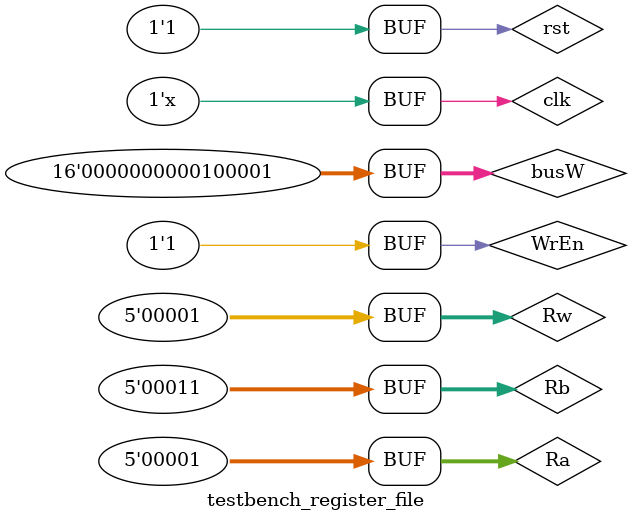
<source format=v>
`timescale 1ns / 1ps


module testbench_register_file(

    );
    //Init variables
    reg clk;
    reg rst;
    reg[4:0] Ra;
    reg[4:0] Rb;
    reg[4:0] Rw;
    reg WrEn;
    reg[15:0] busW;
    wire[15:0] busA;
    wire[15:0] busB;
    
    register_file register_file_UUT(
        .clk(clk),
        .rst(rst),
        .Ra(Ra),
        .Rb(Rb),
        .Rw(Rw),
        .WrEn(WrEn),
        .busW(busW),
        .busA(busA),
        .busB(busB)
        );
    always #10
    begin
        clk = ~clk;
        
    end
    initial
    begin
        //normal 
        clk = 0;
        rst = 1;
        Ra = 1;
        Rb = 2;
        Rw = 2;
        WrEn = 1;
        busW = 40;
        #20
        rst = 0;
        #25
        //Show WrEn and rst
        WrEn = 0;
        rst = 1;
        #20
        rst = 0;
        busW = 33;
        #10
        //Should write to 1 with 33, then Ra should put busA as reg1
        Rw = 1;
        WrEn = 1;
        //Test to see if reg 3 resetted?
        Rb = 3;
        #100
        rst = 1;
        
        
    end
endmodule


/* OLD MODULES HERE
       reg sel;
       reg a;
       reg b;
       wire x;
       
       two_one_mux mux_UUT(.sel(sel), .a(a), .b(b), .x(x));
       
       initial
       begin
           a = 0;
           b = 1;
           sel = 0;
       end
       
       reg cin;
       reg a;
       reg b;
       wire cout;
       wire sum;
       
       addbit addbit_UUT(.cin(cin), .a(a), .b(b), .cout(cout), .sum(sum));
       
       initial
       begin
           cin = 0;
           a = 0;
           b = 0;
           #10
           cin = 0;
           a = 1;
           b = 0;
           #10
           cin = 0;
           a = 0;
           b = 1;
           #10
           cin = 0;
           a = 1;
           b = 1;
           #10
           cin = 1;
           a = 1;
           b = 1;
           #10
           cin = 1;
           a = 0;
           b = 1;
           #10
           cin = 1;
           a = 0;
           b = 0;
           #10
           cin = 1;
           a = 1;
           b = 0;
       end
       
       reg a;
       reg b;
       reg a_sel;
       reg b_sel;
       reg cin;
       reg[1:0] op;
       reg less;
       wire result;
       wire set;
       wire overflow;
       wire cout;
       
       one_bit_alu one_bit_alu_UUT(
            .a(a),
           .b(b),
           .a_sel(a_sel),
           .b_sel(b_sel),
           .cin(cin),
           .op(op),
           .less(less),
           .result(result),
           .cout(cout)
           );
         
        initial
        begin
           a = 1;
           b = 1;
           a_sel = 0;
           b_sel = 0;
           cin = 1;
           op = 2;
           less = 0;
        end
        
        reg [3:0] sel;
        wire a_sel;
        wire b_sel;
        wire [1:0] op;
        wire set;
        
        alu_control alu_control_UUT(
            .sel(sel),
            .a_sel(a_sel),
            .b_sel(b_sel),
            .op(op),
            .set(set)
            );
            
        initial
        begin
           sel = 4'b1001;
        end
        */
        /*
        reg [15:0] a;
        reg [15:0] b;
        reg [3:0] alu_control;
        wire overflow;
        wire zero;
        wire [15:0] result;
            
        sixteen_bit_alu sixteen_bit_alu(
            .a(a),
            .b(b),
            .alu_ctrl(alu_control),
            .overflow(overflow),
            .zero(zero),
            .result(result)
            );
         
         initial
         begin
         
             a = 16'b1;
             b = 16'b1;
             alu_control = 4'b1001;
             #10
             a = 16'b111;
             b = 16'b100;
             alu_control = 4'b1001;
             #10;        
            
         end
         reg[15:0] a;
         reg[15:0] b;
         reg[1:0] shift_control; // 00 arithmeitc left shift, 01 logical left shift, 10 arithmetic right shift, 11 logical right shfit
         wire[15:0] x;
         
         shifter shifter_UUT (
            .a(a),
            .b(b),
            .shift_control(shift_control), // 00 arithmeitc left shift, 01 logical left shift, 10 arithmetic right shift, 11 logical right shfit
            .x(x)
            );
            
         initial
         begin
            a = 16'b0111111111111111;
            b = 4;
            shift_control = 2'b00;
        end
        */
</source>
